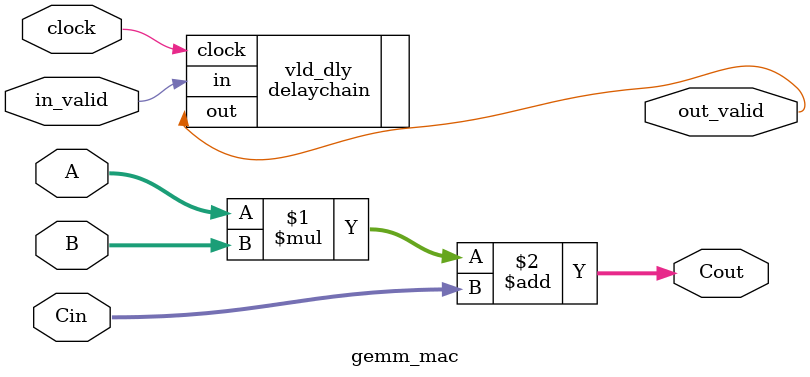
<source format=sv>
module gemm_mac
#(
  parameter C_DATA_WIDTH = 32,
  parameter C_DELAY = 0
)
(
  input clock,
  input [C_DATA_WIDTH-1: 0] A,
  input [C_DATA_WIDTH-1: 0] B,
  input [C_DATA_WIDTH-1: 0] Cin,
  input in_valid,
  output [C_DATA_WIDTH-1: 0] Cout,
  output out_valid
);

reg [C_DATA_WIDTH-1: 0] r_AB;
reg [C_DATA_WIDTH-1: 0] r_Cin;
reg [C_DATA_WIDTH-1: 0] r_Cout;

delaychain
#(
  .C_DATA_WIDTH(1),
  .C_LENGTH(C_DELAY)
) vld_dly (
  .clock(clock),
  .in(in_valid),
  .out(out_valid)
);

generate
if (C_DELAY == 0)
begin
  assign Cout = A*B + Cin;
end
else if (C_DELAY == 1)
begin
  always @(posedge clock)
  begin
    r_AB <= A*B;
    r_Cin <= Cin;
  end
  assign Cout = r_AB + r_Cin;
end
else if (C_DELAY == 2)
begin
  always @(posedge clock)
  begin
    r_AB <= A*B;
    r_Cin <= Cin;
    r_Cout <= r_AB + r_Cin;
  end
  assign Cout = r_Cout;
end
endgenerate

endmodule

</source>
